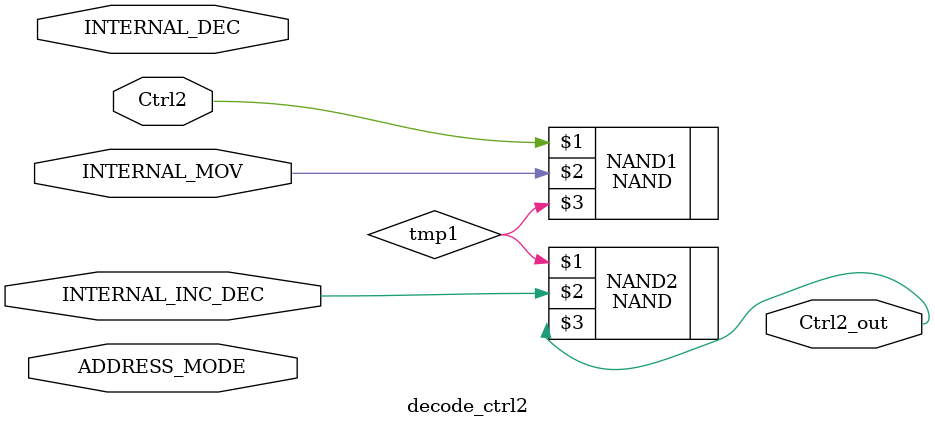
<source format=v>
module decode_ctrl2(Ctrl2,INTERNAL_MOV,ADDRESS_MODE,INTERNAL_INC_DEC,INTERNAL_DEC,Ctrl2_out);
    input Ctrl2,INTERNAL_MOV,ADDRESS_MODE,INTERNAL_INC_DEC,INTERNAL_DEC;
    output Ctrl2_out;
    wire tmp1;
    NAND NAND1(Ctrl2,INTERNAL_MOV,tmp1);
    NAND NAND2(tmp1,INTERNAL_INC_DEC,Ctrl2_out);
endmodule
</source>
